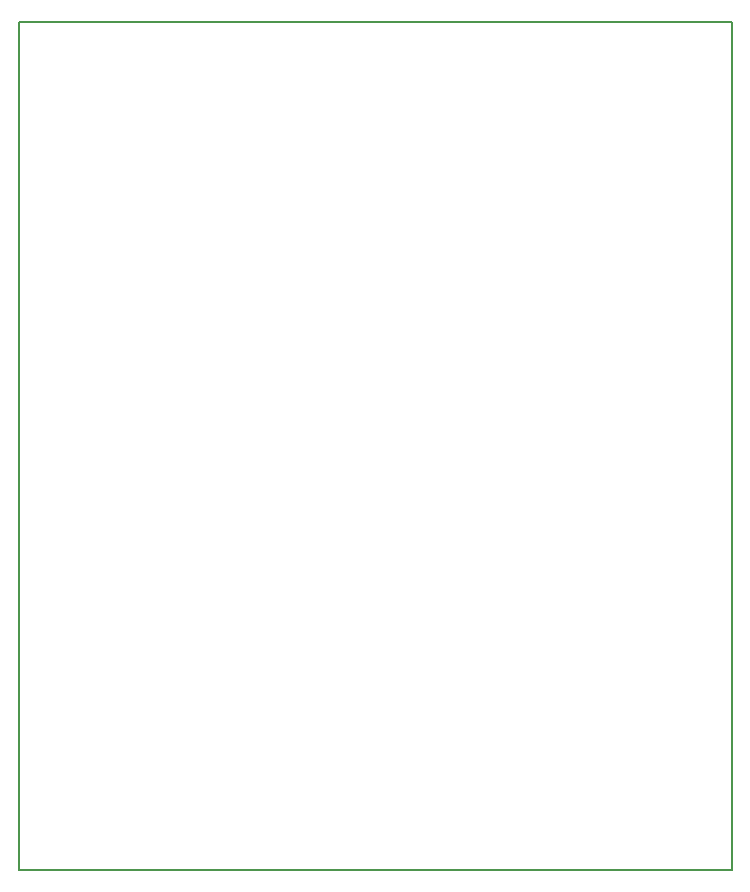
<source format=gbr>
G04 #@! TF.GenerationSoftware,KiCad,Pcbnew,(5.0.1-3-g963ef8bb5)*
G04 #@! TF.CreationDate,2019-04-02T14:04:59+07:00*
G04 #@! TF.ProjectId,STMaytal32-LoRa_Module_v2,53544D617974616C33322D4C6F52615F,rev?*
G04 #@! TF.SameCoordinates,Original*
G04 #@! TF.FileFunction,Profile,NP*
%FSLAX46Y46*%
G04 Gerber Fmt 4.6, Leading zero omitted, Abs format (unit mm)*
G04 Created by KiCad (PCBNEW (5.0.1-3-g963ef8bb5)) date Tuesday, April 02, 2019 at 02:04:59 PM*
%MOMM*%
%LPD*%
G01*
G04 APERTURE LIST*
%ADD10C,0.200000*%
G04 APERTURE END LIST*
D10*
X174625000Y-136525000D02*
X114300000Y-136525000D01*
X174625000Y-64770000D02*
X174625000Y-136525000D01*
X114300000Y-64770000D02*
X114300000Y-136525000D01*
X114300000Y-64770000D02*
X174625000Y-64770000D01*
M02*

</source>
